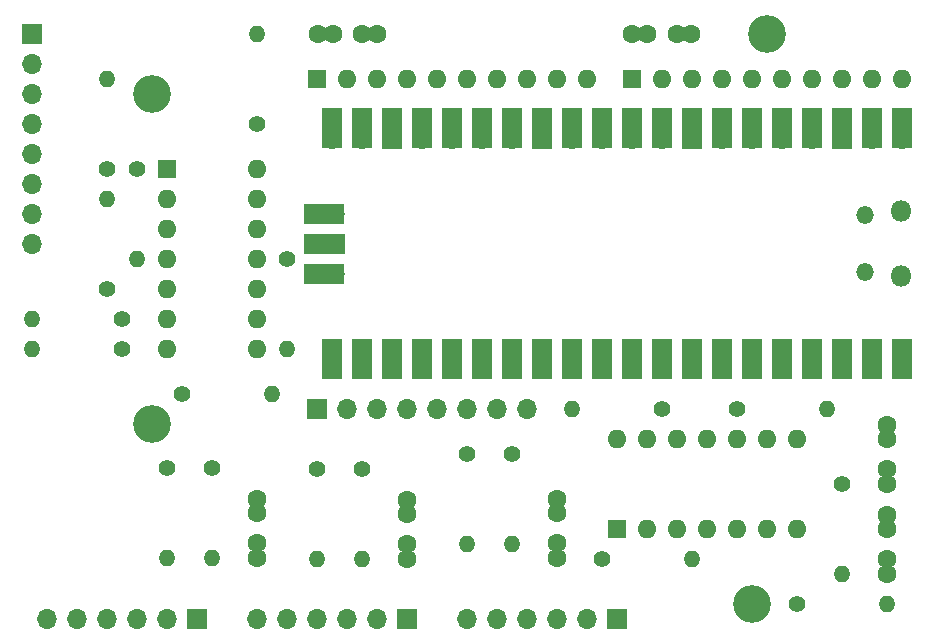
<source format=gbr>
%TF.GenerationSoftware,KiCad,Pcbnew,7.0.7*%
%TF.CreationDate,2024-05-24T10:33:18-04:00*%
%TF.ProjectId,pi-pico-adapter3,70692d70-6963-46f2-9d61-646170746572,rev?*%
%TF.SameCoordinates,PX791ddc0PY791ddc0*%
%TF.FileFunction,Soldermask,Top*%
%TF.FilePolarity,Negative*%
%FSLAX46Y46*%
G04 Gerber Fmt 4.6, Leading zero omitted, Abs format (unit mm)*
G04 Created by KiCad (PCBNEW 7.0.7) date 2024-05-24 10:33:18*
%MOMM*%
%LPD*%
G01*
G04 APERTURE LIST*
%ADD10C,1.600000*%
%ADD11C,1.400000*%
%ADD12O,1.400000X1.400000*%
%ADD13R,1.600000X1.600000*%
%ADD14O,1.600000X1.600000*%
%ADD15R,1.700000X1.700000*%
%ADD16O,1.700000X1.700000*%
%ADD17C,3.200000*%
%ADD18O,1.800000X1.800000*%
%ADD19O,1.500000X1.500000*%
%ADD20R,1.700000X3.500000*%
%ADD21R,3.500000X1.700000*%
G04 APERTURE END LIST*
D10*
%TO.C,C4*%
X47930000Y33350000D03*
X47930000Y34600000D03*
X47930000Y37100000D03*
X47930000Y38350000D03*
%TD*%
%TO.C,C6*%
X26340000Y79070000D03*
X27590000Y79070000D03*
X30090000Y79070000D03*
X31340000Y79070000D03*
%TD*%
D11*
%TO.C,R5*%
X28880000Y47320000D03*
D12*
X21260000Y47320000D03*
%TD*%
D11*
%TO.C,R9*%
X-11760000Y48590000D03*
D12*
X-4140000Y48590000D03*
%TD*%
D11*
%TO.C,R16*%
X12370000Y43510000D03*
D12*
X12370000Y35890000D03*
%TD*%
D13*
%TO.C,U2*%
X-13030000Y67640000D03*
D14*
X-13030000Y65100000D03*
X-13030000Y62560000D03*
X-13030000Y60020000D03*
X-13030000Y57480000D03*
X-13030000Y54940000D03*
X-13030000Y52400000D03*
X-5410000Y52400000D03*
X-5410000Y54940000D03*
X-5410000Y57480000D03*
X-5410000Y60020000D03*
X-5410000Y62560000D03*
X-5410000Y65100000D03*
X-5410000Y67640000D03*
%TD*%
D15*
%TO.C,J1*%
X25070000Y29540000D03*
D16*
X22530000Y29540000D03*
X19990000Y29540000D03*
X17450000Y29540000D03*
X14910000Y29540000D03*
X12370000Y29540000D03*
%TD*%
D11*
%TO.C,R19*%
X40310000Y30810000D03*
D12*
X47930000Y30810000D03*
%TD*%
D15*
%TO.C,J3*%
X-24460000Y79070000D03*
D16*
X-24460000Y76530000D03*
X-24460000Y73990000D03*
X-24460000Y71450000D03*
X-24460000Y68910000D03*
X-24460000Y66370000D03*
X-24460000Y63830000D03*
X-24460000Y61290000D03*
%TD*%
D11*
%TO.C,R8*%
X-2870000Y60020000D03*
D12*
X-2870000Y52400000D03*
%TD*%
D11*
%TO.C,R2*%
X-16840000Y52400000D03*
D12*
X-24460000Y52400000D03*
%TD*%
D11*
%TO.C,R4*%
X-18110000Y67640000D03*
D12*
X-18110000Y75260000D03*
%TD*%
D10*
%TO.C,C3*%
X-5410000Y34700000D03*
X-5410000Y35950000D03*
X-5410000Y38450000D03*
X-5410000Y39700000D03*
%TD*%
D11*
%TO.C,R17*%
X16180000Y43510000D03*
D12*
X16180000Y35890000D03*
%TD*%
D15*
%TO.C,J5*%
X-10490000Y29540000D03*
D16*
X-13030000Y29540000D03*
X-15570000Y29540000D03*
X-18110000Y29540000D03*
X-20650000Y29540000D03*
X-23190000Y29540000D03*
%TD*%
D17*
%TO.C,MH1*%
X36500000Y30810000D03*
%TD*%
D10*
%TO.C,C2*%
X7290000Y34620000D03*
X7290000Y35870000D03*
X7290000Y38370000D03*
X7290000Y39620000D03*
%TD*%
D11*
%TO.C,R11*%
X-15570000Y67640000D03*
D12*
X-15570000Y60020000D03*
%TD*%
D10*
%TO.C,C1*%
X19990000Y34700000D03*
X19990000Y35950000D03*
X19990000Y38450000D03*
X19990000Y39700000D03*
%TD*%
D18*
%TO.C,U3*%
X49070000Y64015000D03*
D19*
X46040000Y63715000D03*
X46040000Y58865000D03*
D18*
X49070000Y58565000D03*
D16*
X49200000Y70180000D03*
D20*
X49200000Y71080000D03*
D16*
X46660000Y70180000D03*
D20*
X46660000Y71080000D03*
D15*
X44120000Y70180000D03*
D20*
X44120000Y71080000D03*
D16*
X41580000Y70180000D03*
D20*
X41580000Y71080000D03*
D16*
X39040000Y70180000D03*
D20*
X39040000Y71080000D03*
D16*
X36500000Y70180000D03*
D20*
X36500000Y71080000D03*
D16*
X33960000Y70180000D03*
D20*
X33960000Y71080000D03*
D15*
X31420000Y70180000D03*
D20*
X31420000Y71080000D03*
D16*
X28880000Y70180000D03*
D20*
X28880000Y71080000D03*
D16*
X26340000Y70180000D03*
D20*
X26340000Y71080000D03*
D16*
X23800000Y70180000D03*
D20*
X23800000Y71080000D03*
D16*
X21260000Y70180000D03*
D20*
X21260000Y71080000D03*
D15*
X18720000Y70180000D03*
D20*
X18720000Y71080000D03*
D16*
X16180000Y70180000D03*
D20*
X16180000Y71080000D03*
D16*
X13640000Y70180000D03*
D20*
X13640000Y71080000D03*
D16*
X11100000Y70180000D03*
D20*
X11100000Y71080000D03*
D16*
X8560000Y70180000D03*
D20*
X8560000Y71080000D03*
D15*
X6020000Y70180000D03*
D20*
X6020000Y71080000D03*
D16*
X3480000Y70180000D03*
D20*
X3480000Y71080000D03*
D16*
X940000Y70180000D03*
D20*
X940000Y71080000D03*
D16*
X940000Y52400000D03*
D20*
X940000Y51500000D03*
D16*
X3480000Y52400000D03*
D20*
X3480000Y51500000D03*
D15*
X6020000Y52400000D03*
D20*
X6020000Y51500000D03*
D16*
X8560000Y52400000D03*
D20*
X8560000Y51500000D03*
D16*
X11100000Y52400000D03*
D20*
X11100000Y51500000D03*
D16*
X13640000Y52400000D03*
D20*
X13640000Y51500000D03*
D16*
X16180000Y52400000D03*
D20*
X16180000Y51500000D03*
D15*
X18720000Y52400000D03*
D20*
X18720000Y51500000D03*
D16*
X21260000Y52400000D03*
D20*
X21260000Y51500000D03*
D16*
X23800000Y52400000D03*
D20*
X23800000Y51500000D03*
D16*
X26340000Y52400000D03*
D20*
X26340000Y51500000D03*
D16*
X28880000Y52400000D03*
D20*
X28880000Y51500000D03*
D15*
X31420000Y52400000D03*
D20*
X31420000Y51500000D03*
D16*
X33960000Y52400000D03*
D20*
X33960000Y51500000D03*
D16*
X36500000Y52400000D03*
D20*
X36500000Y51500000D03*
D16*
X39040000Y52400000D03*
D20*
X39040000Y51500000D03*
D16*
X41580000Y52400000D03*
D20*
X41580000Y51500000D03*
D15*
X44120000Y52400000D03*
D20*
X44120000Y51500000D03*
D16*
X46660000Y52400000D03*
D20*
X46660000Y51500000D03*
D16*
X49200000Y52400000D03*
D20*
X49200000Y51500000D03*
D16*
X1170000Y63830000D03*
D21*
X270000Y63830000D03*
D15*
X1170000Y61290000D03*
D21*
X270000Y61290000D03*
D16*
X1170000Y58750000D03*
D21*
X270000Y58750000D03*
%TD*%
D11*
%TO.C,R6*%
X23800000Y34620000D03*
D12*
X31420000Y34620000D03*
%TD*%
D10*
%TO.C,C5*%
X-290000Y79070000D03*
X960000Y79070000D03*
X3460000Y79070000D03*
X4710000Y79070000D03*
%TD*%
%TO.C,C7*%
X47930000Y40970000D03*
X47930000Y42220000D03*
X47930000Y44720000D03*
X47930000Y45970000D03*
%TD*%
D11*
%TO.C,R18*%
X44120000Y40970000D03*
D12*
X44120000Y33350000D03*
%TD*%
D11*
%TO.C,R1*%
X-5410000Y71450000D03*
D12*
X-5410000Y79070000D03*
%TD*%
D11*
%TO.C,R14*%
X-330000Y42240000D03*
D12*
X-330000Y34620000D03*
%TD*%
D13*
%TO.C,U1*%
X25070000Y37160000D03*
D14*
X27610000Y37160000D03*
X30150000Y37160000D03*
X32690000Y37160000D03*
X35230000Y37160000D03*
X37770000Y37160000D03*
X40310000Y37160000D03*
X40310000Y44780000D03*
X37770000Y44780000D03*
X35230000Y44780000D03*
X32690000Y44780000D03*
X30150000Y44780000D03*
X27610000Y44780000D03*
X25070000Y44780000D03*
%TD*%
D11*
%TO.C,R10*%
X-18110000Y57480000D03*
D12*
X-18110000Y65100000D03*
%TD*%
D17*
%TO.C,MH2*%
X37770000Y79070000D03*
%TD*%
D11*
%TO.C,R12*%
X-13030000Y42320000D03*
D12*
X-13030000Y34700000D03*
%TD*%
D13*
%TO.C,RDACA1*%
X26340000Y75260000D03*
D14*
X28880000Y75260000D03*
X31420000Y75260000D03*
X33960000Y75260000D03*
X36500000Y75260000D03*
X39040000Y75260000D03*
X41580000Y75260000D03*
X44120000Y75260000D03*
X46660000Y75260000D03*
X49200000Y75260000D03*
%TD*%
D11*
%TO.C,R13*%
X-9220000Y42320000D03*
D12*
X-9220000Y34700000D03*
%TD*%
D11*
%TO.C,R15*%
X3480000Y42240000D03*
D12*
X3480000Y34620000D03*
%TD*%
D17*
%TO.C,MH3*%
X-14300000Y46050000D03*
%TD*%
D11*
%TO.C,R3*%
X-16840000Y54940000D03*
D12*
X-24460000Y54940000D03*
%TD*%
D17*
%TO.C,MH4*%
X-14300000Y73990000D03*
%TD*%
D11*
%TO.C,R7*%
X35230000Y47320000D03*
D12*
X42850000Y47320000D03*
%TD*%
D15*
%TO.C,J2*%
X7290000Y29540000D03*
D16*
X4750000Y29540000D03*
X2210000Y29540000D03*
X-330000Y29540000D03*
X-2870000Y29540000D03*
X-5410000Y29540000D03*
%TD*%
D15*
%TO.C,J4*%
X-330000Y47320000D03*
D16*
X2210000Y47320000D03*
X4750000Y47320000D03*
X7290000Y47320000D03*
X9830000Y47320000D03*
X12370000Y47320000D03*
X14910000Y47320000D03*
X17450000Y47320000D03*
%TD*%
D13*
%TO.C,RDACB1*%
X-330000Y75260000D03*
D14*
X2210000Y75260000D03*
X4750000Y75260000D03*
X7290000Y75260000D03*
X9830000Y75260000D03*
X12370000Y75260000D03*
X14910000Y75260000D03*
X17450000Y75260000D03*
X19990000Y75260000D03*
X22530000Y75260000D03*
%TD*%
M02*

</source>
